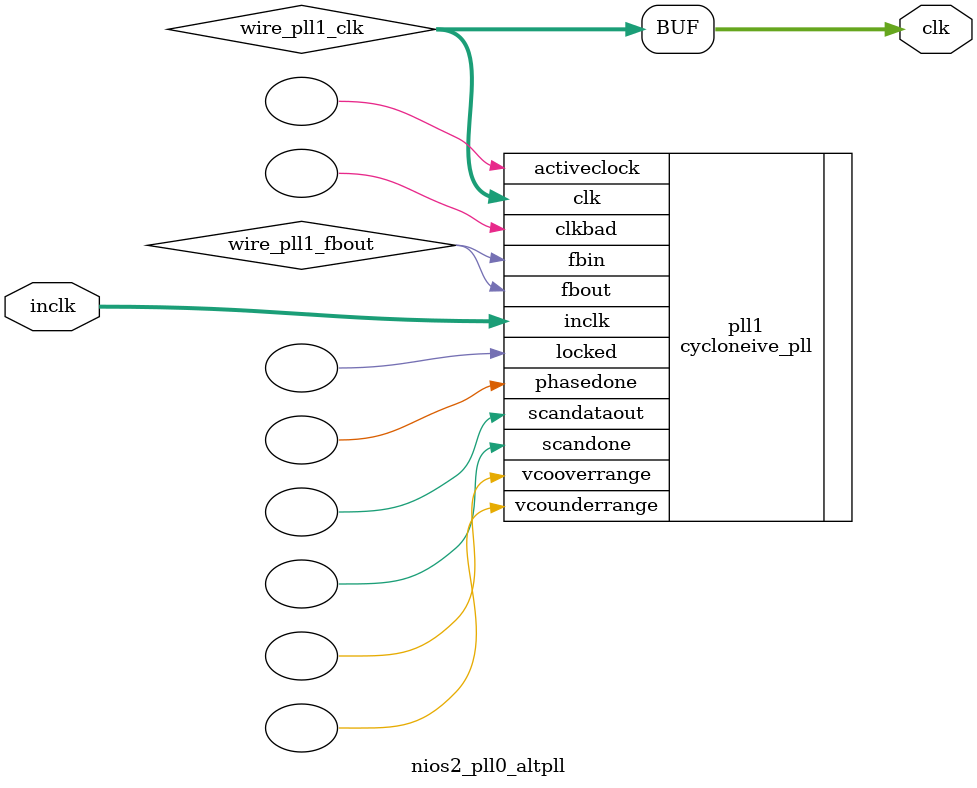
<source format=v>






//synthesis_resources = cycloneive_pll 1 
//synopsys translate_off
`timescale 1 ps / 1 ps
//synopsys translate_on
module  nios2_pll0_altpll
	( 
	clk,
	inclk) /* synthesis synthesis_clearbox=1 */;
	output   [4:0]  clk;
	input   [1:0]  inclk;
`ifndef ALTERA_RESERVED_QIS
// synopsys translate_off
`endif
	tri0   [1:0]  inclk;
`ifndef ALTERA_RESERVED_QIS
// synopsys translate_on
`endif

	wire  [4:0]   wire_pll1_clk;
	wire  wire_pll1_fbout;

	cycloneive_pll   pll1
	( 
	.activeclock(),
	.clk(wire_pll1_clk),
	.clkbad(),
	.fbin(wire_pll1_fbout),
	.fbout(wire_pll1_fbout),
	.inclk(inclk),
	.locked(),
	.phasedone(),
	.scandataout(),
	.scandone(),
	.vcooverrange(),
	.vcounderrange()
	`ifndef FORMAL_VERIFICATION
	// synopsys translate_off
	`endif
	,
	.areset(1'b0),
	.clkswitch(1'b0),
	.configupdate(1'b0),
	.pfdena(1'b1),
	.phasecounterselect({3{1'b0}}),
	.phasestep(1'b0),
	.phaseupdown(1'b0),
	.scanclk(1'b0),
	.scanclkena(1'b1),
	.scandata(1'b0)
	`ifndef FORMAL_VERIFICATION
	// synopsys translate_on
	`endif
	);
	defparam
		pll1.bandwidth_type = "auto",
		pll1.clk0_divide_by = 2,
		pll1.clk0_duty_cycle = 50,
		pll1.clk0_multiply_by = 1,
		pll1.clk0_phase_shift = "0",
		pll1.clk1_divide_by = 1,
		pll1.clk1_duty_cycle = 50,
		pll1.clk1_multiply_by = 1,
		pll1.clk1_phase_shift = "-3333",
		pll1.clk2_divide_by = 1,
		pll1.clk2_duty_cycle = 50,
		pll1.clk2_multiply_by = 1,
		pll1.clk2_phase_shift = "0",
		pll1.compensate_clock = "clk0",
		pll1.inclk0_input_frequency = 20000,
		pll1.operation_mode = "normal",
		pll1.pll_type = "auto",
		pll1.lpm_type = "cycloneive_pll";
	assign
		clk = {wire_pll1_clk[4:0]};
endmodule //nios2_pll0_altpll
//VALID FILE

</source>
